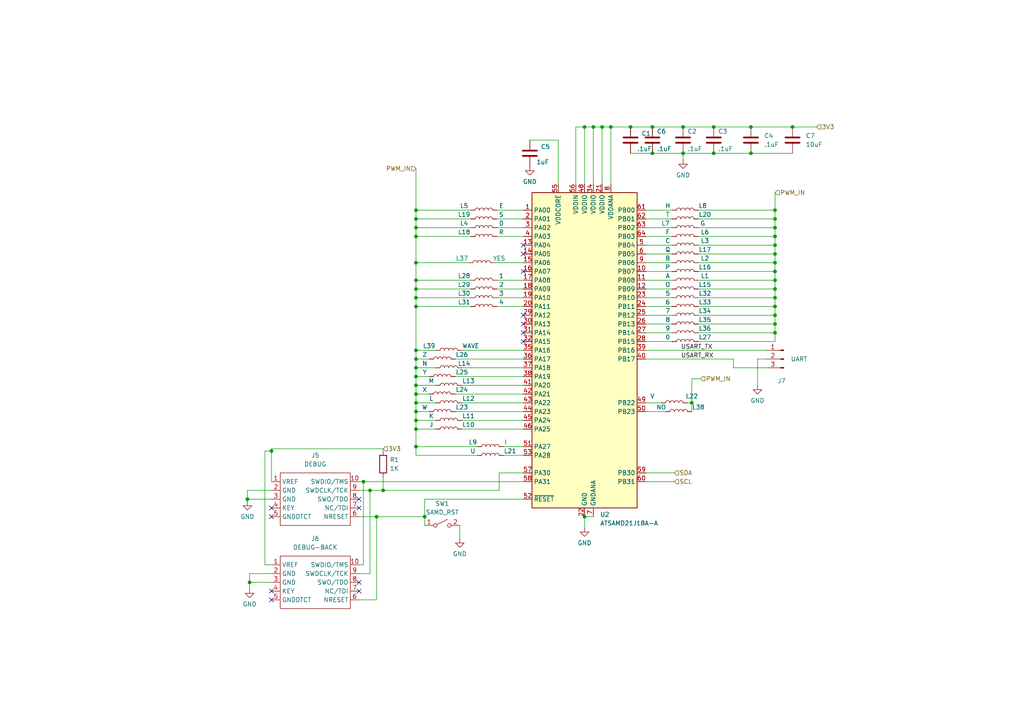
<source format=kicad_sch>
(kicad_sch (version 20230121) (generator eeschema)
  (paper "A4")
  (lib_symbols
    (symbol "Connector:Conn_01x03_Pin" (pin_names (offset 1.016) hide)
      (property "Reference" "J" (at 0 5.08 0))
      (property "Value" "Conn_01x03_Pin" (at 0 -5.08 0))
      (symbol "Conn_01x03_Pin_1_1"
        (polyline (pts (xy 1.27 -2.54) (xy 0.8636 -2.54)) (stroke (width 0.1524)))
        (polyline (pts (xy 1.27 0) (xy 0.8636 0)) (stroke (width 0.1524)))
        (polyline (pts (xy 1.27 2.54) (xy 0.8636 2.54)) (stroke (width 0.1524)))
        (rectangle (start 0.8636 -2.413) (end 0 -2.667) (stroke (width 0.1524)) (fill (type outline)))
        (rectangle (start 0.8636 0.127) (end 0 -0.127) (stroke (width 0.1524)) (fill (type outline)))
        (rectangle (start 0.8636 2.667) (end 0 2.413) (stroke (width 0.1524)) (fill (type outline)))
        (pin passive line (at 5.08 2.54 180) (length 3.81) (name "Pin_1") (number "1"))
        (pin passive line (at 5.08 0 180) (length 3.81) (name "Pin_2") (number "2"))
        (pin passive line (at 5.08 -2.54 180) (length 3.81) (name "Pin_3") (number "3"))
      )
    )
    (symbol "Device:C" (pin_numbers hide) (pin_names (offset 0.254))
      (property "Reference" "C" (at 0.635 2.54 0))
      (property "Value" "C" (at 0.635 -2.54 0))
      (symbol "C_0_1"
        (polyline (pts (xy -2.032 -0.762) (xy 2.032 -0.762)) (stroke (width 0.508)))
        (polyline (pts (xy -2.032 0.762) (xy 2.032 0.762)) (stroke (width 0.508)))
      )
      (symbol "C_1_1"
        (pin passive line (at 0 3.81 270) (length 2.794) (name "~") (number "1"))
        (pin passive line (at 0 -3.81 90) (length 2.794) (name "~") (number "2"))
      )
    )
    (symbol "Device:L" (pin_numbers hide) (pin_names (offset 1.016) hide)
      (property "Reference" "L" (at -1.27 0 90))
      (property "Value" "L" (at 1.905 0 90))
      (symbol "L_0_1"
        (arc (start 0 -2.54) (mid 0.6323 -1.905) (end 0 -1.27))
        (arc (start 0 -1.27) (mid 0.6323 -0.635) (end 0 0))
        (arc (start 0 0) (mid 0.6323 0.635) (end 0 1.27))
        (arc (start 0 1.27) (mid 0.6323 1.905) (end 0 2.54))
      )
      (symbol "L_1_1"
        (pin passive line (at 0 3.81 270) (length 1.27) (name "1") (number "1"))
        (pin passive line (at 0 -3.81 90) (length 1.27) (name "2") (number "2"))
      )
    )
    (symbol "Device:R" (pin_numbers hide) (pin_names (offset 0))
      (property "Reference" "R" (at 2.032 0 90))
      (property "Value" "R" (at 0 0 90))
      (symbol "R_0_1"
        (rectangle (start -1.016 -2.54) (end 1.016 2.54) (stroke (width 0.254)))
      )
      (symbol "R_1_1"
        (pin passive line (at 0 3.81 270) (length 1.27) (name "~") (number "1"))
        (pin passive line (at 0 -3.81 90) (length 1.27) (name "~") (number "2"))
      )
    )
    (symbol "MCU_Microchip_SAMD:ATSAMD21J18A-A"
      (property "Reference" "U" (at -13.97 46.99 0))
      (property "Value" "ATSAMD21J18A-A" (at 16.51 46.99 0))
      (symbol "ATSAMD21J18A-A_0_1"
        (rectangle (start -15.24 45.72) (end 15.24 -45.72) (stroke (width 0.254)) (fill (type background)))
      )
      (symbol "ATSAMD21J18A-A_1_1"
        (pin bidirectional line (at -17.78 40.64 0) (length 2.54) (name "PA00") (number "1"))
        (pin bidirectional line (at 17.78 22.86 180) (length 2.54) (name "PB07") (number "10"))
        (pin bidirectional line (at 17.78 20.32 180) (length 2.54) (name "PB08") (number "11"))
        (pin bidirectional line (at 17.78 17.78 180) (length 2.54) (name "PB09") (number "12"))
        (pin bidirectional line (at -17.78 30.48 0) (length 2.54) (name "PA04") (number "13"))
        (pin bidirectional line (at -17.78 27.94 0) (length 2.54) (name "PA05") (number "14"))
        (pin bidirectional line (at -17.78 25.4 0) (length 2.54) (name "PA06") (number "15"))
        (pin bidirectional line (at -17.78 22.86 0) (length 2.54) (name "PA07") (number "16"))
        (pin bidirectional line (at -17.78 20.32 0) (length 2.54) (name "PA08") (number "17"))
        (pin bidirectional line (at -17.78 17.78 0) (length 2.54) (name "PA09") (number "18"))
        (pin bidirectional line (at -17.78 15.24 0) (length 2.54) (name "PA10") (number "19"))
        (pin bidirectional line (at -17.78 38.1 0) (length 2.54) (name "PA01") (number "2"))
        (pin bidirectional line (at -17.78 12.7 0) (length 2.54) (name "PA11") (number "20"))
        (pin power_in line (at 5.08 48.26 270) (length 2.54) (name "VDDIO") (number "21"))
        (pin power_in line (at 0 -48.26 90) (length 2.54) (name "GND") (number "22"))
        (pin bidirectional line (at 17.78 15.24 180) (length 2.54) (name "PB10") (number "23"))
        (pin bidirectional line (at 17.78 12.7 180) (length 2.54) (name "PB11") (number "24"))
        (pin bidirectional line (at 17.78 10.16 180) (length 2.54) (name "PB12") (number "25"))
        (pin bidirectional line (at 17.78 7.62 180) (length 2.54) (name "PB13") (number "26"))
        (pin bidirectional line (at 17.78 5.08 180) (length 2.54) (name "PB14") (number "27"))
        (pin bidirectional line (at 17.78 2.54 180) (length 2.54) (name "PB15") (number "28"))
        (pin bidirectional line (at -17.78 10.16 0) (length 2.54) (name "PA12") (number "29"))
        (pin bidirectional line (at -17.78 35.56 0) (length 2.54) (name "PA02") (number "3"))
        (pin bidirectional line (at -17.78 7.62 0) (length 2.54) (name "PA13") (number "30"))
        (pin bidirectional line (at -17.78 5.08 0) (length 2.54) (name "PA14") (number "31"))
        (pin bidirectional line (at -17.78 2.54 0) (length 2.54) (name "PA15") (number "32"))
        (pin passive line (at 0 -48.26 90) (length 2.54) hide (name "GND") (number "33"))
        (pin power_in line (at 2.54 48.26 270) (length 2.54) (name "VDDIO") (number "34"))
        (pin bidirectional line (at -17.78 0 0) (length 2.54) (name "PA16") (number "35"))
        (pin bidirectional line (at -17.78 -2.54 0) (length 2.54) (name "PA17") (number "36"))
        (pin bidirectional line (at -17.78 -5.08 0) (length 2.54) (name "PA18") (number "37"))
        (pin bidirectional line (at -17.78 -7.62 0) (length 2.54) (name "PA19") (number "38"))
        (pin bidirectional line (at 17.78 0 180) (length 2.54) (name "PB16") (number "39"))
        (pin bidirectional line (at -17.78 33.02 0) (length 2.54) (name "PA03") (number "4"))
        (pin bidirectional line (at 17.78 -2.54 180) (length 2.54) (name "PB17") (number "40"))
        (pin bidirectional line (at -17.78 -10.16 0) (length 2.54) (name "PA20") (number "41"))
        (pin bidirectional line (at -17.78 -12.7 0) (length 2.54) (name "PA21") (number "42"))
        (pin bidirectional line (at -17.78 -15.24 0) (length 2.54) (name "PA22") (number "43"))
        (pin bidirectional line (at -17.78 -17.78 0) (length 2.54) (name "PA23") (number "44"))
        (pin bidirectional line (at -17.78 -20.32 0) (length 2.54) (name "PA24") (number "45"))
        (pin bidirectional line (at -17.78 -22.86 0) (length 2.54) (name "PA25") (number "46"))
        (pin passive line (at 0 -48.26 90) (length 2.54) hide (name "GND") (number "47"))
        (pin power_in line (at 0 48.26 270) (length 2.54) (name "VDDIO") (number "48"))
        (pin bidirectional line (at 17.78 -15.24 180) (length 2.54) (name "PB22") (number "49"))
        (pin bidirectional line (at 17.78 30.48 180) (length 2.54) (name "PB04") (number "5"))
        (pin bidirectional line (at 17.78 -17.78 180) (length 2.54) (name "PB23") (number "50"))
        (pin bidirectional line (at -17.78 -27.94 0) (length 2.54) (name "PA27") (number "51"))
        (pin input line (at -17.78 -43.18 0) (length 2.54) (name "~{RESET}") (number "52"))
        (pin bidirectional line (at -17.78 -30.48 0) (length 2.54) (name "PA28") (number "53"))
        (pin passive line (at 0 -48.26 90) (length 2.54) hide (name "GND") (number "54"))
        (pin power_out line (at -7.62 48.26 270) (length 2.54) (name "VDDCORE") (number "55"))
        (pin power_in line (at -2.54 48.26 270) (length 2.54) (name "VDDIN") (number "56"))
        (pin bidirectional line (at -17.78 -35.56 0) (length 2.54) (name "PA30") (number "57"))
        (pin bidirectional line (at -17.78 -38.1 0) (length 2.54) (name "PA31") (number "58"))
        (pin bidirectional line (at 17.78 -35.56 180) (length 2.54) (name "PB30") (number "59"))
        (pin bidirectional line (at 17.78 27.94 180) (length 2.54) (name "PB05") (number "6"))
        (pin bidirectional line (at 17.78 -38.1 180) (length 2.54) (name "PB31") (number "60"))
        (pin bidirectional line (at 17.78 40.64 180) (length 2.54) (name "PB00") (number "61"))
        (pin bidirectional line (at 17.78 38.1 180) (length 2.54) (name "PB01") (number "62"))
        (pin bidirectional line (at 17.78 35.56 180) (length 2.54) (name "PB02") (number "63"))
        (pin bidirectional line (at 17.78 33.02 180) (length 2.54) (name "PB03") (number "64"))
        (pin power_in line (at 2.54 -48.26 90) (length 2.54) (name "GNDANA") (number "7"))
        (pin power_in line (at 7.62 48.26 270) (length 2.54) (name "VDDANA") (number "8"))
        (pin bidirectional line (at 17.78 25.4 180) (length 2.54) (name "PB06") (number "9"))
      )
    )
    (symbol "New_atjacobs:TC2050-NL"
      (property "Reference" "J" (at 0 -10.16 0))
      (property "Value" "DEBUG" (at 0 10.16 0))
      (symbol "TC2050-NL_0_1"
        (rectangle (start -10.16 7.62) (end 10.16 -7.62))
      )
      (symbol "TC2050-NL_1_1"
        (pin passive line (at -12.7 5.08 0) (length 2.54) (name "VREF") (number "1"))
        (pin passive line (at 12.7 5.08 180) (length 2.54) (name "SWDIO/TMS") (number "10"))
        (pin passive line (at -12.7 2.54 0) (length 2.54) (name "GND") (number "2"))
        (pin passive line (at -12.7 0 0) (length 2.54) (name "GND") (number "3"))
        (pin passive line (at -12.7 -2.54 0) (length 2.54) (name "KEY") (number "4"))
        (pin passive line (at -12.7 -5.08 0) (length 2.54) (name "GNDDTCT") (number "5"))
        (pin passive line (at 12.7 -5.08 180) (length 2.54) (name "NRESET") (number "6"))
        (pin passive line (at 12.7 -2.54 180) (length 2.54) (name "NC/TDI") (number "7"))
        (pin passive line (at 12.7 0 180) (length 2.54) (name "SWO/TDO") (number "8"))
        (pin passive line (at 12.7 2.54 180) (length 2.54) (name "SWDCLK/TCK") (number "9"))
      )
    )
    (symbol "Switch:SW_SPST" (pin_names (offset 0) hide)
      (property "Reference" "SW" (at 0 3.175 0))
      (property "Value" "SW_SPST" (at 0 -2.54 0))
      (symbol "SW_SPST_0_0"
        (circle (center -2.032 0) (radius 0.508))
        (polyline (pts (xy -1.524 0.254) (xy 1.524 1.778)))
        (circle (center 2.032 0) (radius 0.508))
      )
      (symbol "SW_SPST_1_1"
        (pin passive line (at -5.08 0 0) (length 2.54) (name "A") (number "1"))
        (pin passive line (at 5.08 0 180) (length 2.54) (name "B") (number "2"))
      )
    )
    (symbol "power:GND" (power) (pin_names (offset 0))
      (property "Value" "GND" (at 0 -3.81 0))
      (symbol "GND_0_1"
        (polyline (pts (xy 0 0) (xy 0 -1.27) (xy 1.27 -1.27) (xy 0 -2.54) (xy -1.27 -1.27) (xy 0 -1.27)))
      )
      (symbol "GND_1_1"
        (pin power_in line (at 0 0 270) (length 0) hide (name "GND") (number "1"))
      )
    )
  )
  (junction (at 120.65 88.9))
  (junction (at 120.65 111.76))
  (junction (at 120.65 124.46))
  (junction (at 120.65 66.04))
  (junction (at 109.22 149.86))
  (junction (at 224.79 73.66))
  (junction (at 120.65 129.54))
  (junction (at 224.79 93.98))
  (junction (at 120.65 119.38))
  (junction (at 224.79 68.58))
  (junction (at 107.315 142.24))
  (junction (at 177.165 36.83))
  (junction (at 198.12 36.83))
  (junction (at 120.65 116.84))
  (junction (at 224.79 76.2))
  (junction (at 224.79 88.9))
  (junction (at 120.65 81.28))
  (junction (at 224.79 81.28))
  (junction (at 207.01 44.45))
  (junction (at 224.79 78.74))
  (junction (at 120.65 83.82))
  (junction (at 120.65 76.2))
  (junction (at 224.79 63.5))
  (junction (at 123.19 149.86))
  (junction (at 224.79 86.36))
  (junction (at 120.65 86.36))
  (junction (at 71.755 144.78))
  (junction (at 120.65 60.96))
  (junction (at 172.085 36.83))
  (junction (at 169.545 149.86))
  (junction (at 224.79 96.52))
  (junction (at 120.65 121.92))
  (junction (at 224.79 83.82))
  (junction (at 174.625 36.83))
  (junction (at 229.87 36.83))
  (junction (at 224.79 91.44))
  (junction (at 78.74 130.81))
  (junction (at 120.65 63.5))
  (junction (at 200.66 116.84))
  (junction (at 120.65 101.6))
  (junction (at 224.79 66.04))
  (junction (at 105.41 139.7))
  (junction (at 217.805 44.45))
  (junction (at 120.65 104.14))
  (junction (at 169.545 36.83))
  (junction (at 224.79 60.96))
  (junction (at 224.79 71.12))
  (junction (at 120.65 106.68))
  (junction (at 207.01 36.83))
  (junction (at 120.65 68.58))
  (junction (at 182.88 36.83))
  (junction (at 120.65 109.22))
  (junction (at 217.805 36.83))
  (junction (at 120.65 114.3))
  (junction (at 111.125 142.24))
  (junction (at 189.23 36.83))
  (junction (at 189.23 44.45))
  (junction (at 72.39 168.91))
  (junction (at 198.12 44.45))
  (no_connect (at 151.765 78.74))
  (no_connect (at 78.74 149.86))
  (no_connect (at 151.765 96.52))
  (no_connect (at 151.765 99.06))
  (no_connect (at 78.74 171.45))
  (no_connect (at 78.74 173.99))
  (no_connect (at 78.74 147.32))
  (no_connect (at 104.14 171.45))
  (no_connect (at 104.14 147.32))
  (no_connect (at 151.765 91.44))
  (no_connect (at 151.765 73.66))
  (no_connect (at 151.765 71.12))
  (no_connect (at 104.14 168.91))
  (no_connect (at 104.14 144.78))
  (no_connect (at 151.765 93.98))
  (wire (pts (xy 72.39 166.37) (xy 72.39 168.91)))
  (wire (pts (xy 120.65 121.92) (xy 120.65 124.46)))
  (wire (pts (xy 78.74 139.7) (xy 78.74 130.81)))
  (wire (pts (xy 120.65 63.5) (xy 120.65 66.04)))
  (wire (pts (xy 187.325 119.38) (xy 193.04 119.38)))
  (wire (pts (xy 200.66 116.84) (xy 200.66 119.38)))
  (wire (pts (xy 224.79 83.82) (xy 224.79 86.36)))
  (wire (pts (xy 224.79 86.36) (xy 224.79 88.9)))
  (wire (pts (xy 172.085 36.83) (xy 174.625 36.83)))
  (wire (pts (xy 144.78 137.16) (xy 151.765 137.16)))
  (wire (pts (xy 202.565 66.04) (xy 224.79 66.04)))
  (wire (pts (xy 146.05 132.08) (xy 151.765 132.08)))
  (wire (pts (xy 187.325 83.82) (xy 194.945 83.82)))
  (wire (pts (xy 144.145 63.5) (xy 151.765 63.5)))
  (wire (pts (xy 202.565 83.82) (xy 224.79 83.82)))
  (wire (pts (xy 120.65 101.6) (xy 120.65 104.14)))
  (wire (pts (xy 78.74 163.83) (xy 76.835 163.83)))
  (wire (pts (xy 187.325 81.28) (xy 194.945 81.28)))
  (wire (pts (xy 144.78 142.24) (xy 144.78 137.16)))
  (wire (pts (xy 120.65 109.22) (xy 120.65 111.76)))
  (wire (pts (xy 133.985 124.46) (xy 151.765 124.46)))
  (wire (pts (xy 120.65 66.04) (xy 120.65 68.58)))
  (wire (pts (xy 202.565 76.2) (xy 224.79 76.2)))
  (wire (pts (xy 219.71 104.14) (xy 219.71 111.76)))
  (wire (pts (xy 202.565 78.74) (xy 224.79 78.74)))
  (wire (pts (xy 123.19 149.86) (xy 123.19 152.4)))
  (wire (pts (xy 207.01 44.45) (xy 217.805 44.45)))
  (wire (pts (xy 144.145 68.58) (xy 151.765 68.58)))
  (wire (pts (xy 202.565 68.58) (xy 224.79 68.58)))
  (wire (pts (xy 105.41 139.7) (xy 151.765 139.7)))
  (wire (pts (xy 105.41 163.83) (xy 105.41 139.7)))
  (wire (pts (xy 187.325 93.98) (xy 194.945 93.98)))
  (wire (pts (xy 224.79 81.28) (xy 224.79 83.82)))
  (wire (pts (xy 144.145 86.36) (xy 151.765 86.36)))
  (wire (pts (xy 111.125 138.43) (xy 111.125 142.24)))
  (wire (pts (xy 132.08 104.14) (xy 151.765 104.14)))
  (wire (pts (xy 187.325 60.96) (xy 194.945 60.96)))
  (wire (pts (xy 217.805 36.83) (xy 229.87 36.83)))
  (wire (pts (xy 172.085 149.86) (xy 169.545 149.86)))
  (wire (pts (xy 187.325 76.2) (xy 194.945 76.2)))
  (wire (pts (xy 120.65 121.92) (xy 126.365 121.92)))
  (wire (pts (xy 200.66 109.855) (xy 200.66 116.84)))
  (wire (pts (xy 144.145 88.9) (xy 151.765 88.9)))
  (wire (pts (xy 161.925 40.64) (xy 161.925 53.34)))
  (wire (pts (xy 120.65 81.28) (xy 120.65 83.82)))
  (wire (pts (xy 104.14 166.37) (xy 107.315 166.37)))
  (wire (pts (xy 224.79 88.9) (xy 224.79 91.44)))
  (wire (pts (xy 120.65 106.68) (xy 120.65 109.22)))
  (wire (pts (xy 120.65 101.6) (xy 126.365 101.6)))
  (wire (pts (xy 120.65 114.3) (xy 124.46 114.3)))
  (wire (pts (xy 111.125 130.81) (xy 111.125 130.175)))
  (wire (pts (xy 187.325 116.84) (xy 191.77 116.84)))
  (wire (pts (xy 120.65 66.04) (xy 136.525 66.04)))
  (wire (pts (xy 133.985 116.84) (xy 151.765 116.84)))
  (wire (pts (xy 104.14 139.7) (xy 105.41 139.7)))
  (wire (pts (xy 224.79 66.04) (xy 224.79 68.58)))
  (wire (pts (xy 187.325 86.36) (xy 194.945 86.36)))
  (wire (pts (xy 187.325 91.44) (xy 194.945 91.44)))
  (wire (pts (xy 76.835 130.81) (xy 78.74 130.81)))
  (wire (pts (xy 187.325 96.52) (xy 194.945 96.52)))
  (wire (pts (xy 133.985 101.6) (xy 151.765 101.6)))
  (wire (pts (xy 177.165 36.83) (xy 182.88 36.83)))
  (wire (pts (xy 120.65 60.96) (xy 120.65 63.5)))
  (wire (pts (xy 78.74 168.91) (xy 72.39 168.91)))
  (wire (pts (xy 120.65 88.9) (xy 136.525 88.9)))
  (wire (pts (xy 187.325 88.9) (xy 194.945 88.9)))
  (wire (pts (xy 120.65 109.22) (xy 124.46 109.22)))
  (wire (pts (xy 202.565 86.36) (xy 224.79 86.36)))
  (wire (pts (xy 153.67 40.64) (xy 161.925 40.64)))
  (wire (pts (xy 229.87 36.83) (xy 236.855 36.83)))
  (wire (pts (xy 202.565 96.52) (xy 224.79 96.52)))
  (wire (pts (xy 104.14 142.24) (xy 107.315 142.24)))
  (wire (pts (xy 104.14 173.99) (xy 109.22 173.99)))
  (wire (pts (xy 144.145 60.96) (xy 151.765 60.96)))
  (wire (pts (xy 187.325 139.7) (xy 195.58 139.7)))
  (wire (pts (xy 71.755 144.78) (xy 71.755 145.415)))
  (wire (pts (xy 76.835 163.83) (xy 76.835 130.81)))
  (wire (pts (xy 182.88 44.45) (xy 189.23 44.45)))
  (wire (pts (xy 187.325 66.04) (xy 194.945 66.04)))
  (wire (pts (xy 202.565 60.96) (xy 224.79 60.96)))
  (wire (pts (xy 133.35 152.4) (xy 133.35 156.21)))
  (wire (pts (xy 212.725 104.14) (xy 212.725 106.68)))
  (wire (pts (xy 187.325 104.14) (xy 212.725 104.14)))
  (wire (pts (xy 120.65 83.82) (xy 136.525 83.82)))
  (wire (pts (xy 120.65 124.46) (xy 120.65 129.54)))
  (wire (pts (xy 120.65 76.2) (xy 120.65 81.28)))
  (wire (pts (xy 78.74 130.81) (xy 78.74 130.175)))
  (wire (pts (xy 133.985 106.68) (xy 151.765 106.68)))
  (wire (pts (xy 167.005 53.34) (xy 167.005 36.83)))
  (wire (pts (xy 212.725 106.68) (xy 222.25 106.68)))
  (wire (pts (xy 132.08 119.38) (xy 151.765 119.38)))
  (wire (pts (xy 224.79 63.5) (xy 224.79 66.04)))
  (wire (pts (xy 120.65 111.76) (xy 120.65 114.3)))
  (wire (pts (xy 167.005 36.83) (xy 169.545 36.83)))
  (wire (pts (xy 120.65 111.76) (xy 126.365 111.76)))
  (wire (pts (xy 169.545 36.83) (xy 172.085 36.83)))
  (wire (pts (xy 71.755 142.24) (xy 71.755 144.78)))
  (wire (pts (xy 120.65 132.08) (xy 138.43 132.08)))
  (wire (pts (xy 143.51 76.2) (xy 151.765 76.2)))
  (wire (pts (xy 120.65 86.36) (xy 120.65 88.9)))
  (wire (pts (xy 202.565 91.44) (xy 224.79 91.44)))
  (wire (pts (xy 224.79 91.44) (xy 224.79 93.98)))
  (wire (pts (xy 187.325 101.6) (xy 222.25 101.6)))
  (wire (pts (xy 189.23 36.83) (xy 198.12 36.83)))
  (wire (pts (xy 224.79 60.96) (xy 224.79 63.5)))
  (wire (pts (xy 120.65 124.46) (xy 126.365 124.46)))
  (wire (pts (xy 224.79 96.52) (xy 224.79 93.98)))
  (wire (pts (xy 198.12 44.45) (xy 207.01 44.45)))
  (wire (pts (xy 224.79 99.06) (xy 224.79 96.52)))
  (wire (pts (xy 177.165 36.83) (xy 177.165 53.34)))
  (wire (pts (xy 120.65 81.28) (xy 136.525 81.28)))
  (wire (pts (xy 104.14 163.83) (xy 105.41 163.83)))
  (wire (pts (xy 120.65 116.84) (xy 120.65 119.38)))
  (wire (pts (xy 123.19 144.78) (xy 151.765 144.78)))
  (wire (pts (xy 202.565 88.9) (xy 224.79 88.9)))
  (wire (pts (xy 136.525 86.36) (xy 120.65 86.36)))
  (wire (pts (xy 120.65 68.58) (xy 120.65 76.2)))
  (wire (pts (xy 202.565 71.12) (xy 224.79 71.12)))
  (wire (pts (xy 120.65 119.38) (xy 124.46 119.38)))
  (wire (pts (xy 198.12 36.83) (xy 207.01 36.83)))
  (wire (pts (xy 144.145 81.28) (xy 151.765 81.28)))
  (wire (pts (xy 132.08 114.3) (xy 151.765 114.3)))
  (wire (pts (xy 78.74 166.37) (xy 72.39 166.37)))
  (wire (pts (xy 144.145 83.82) (xy 151.765 83.82)))
  (wire (pts (xy 109.22 149.86) (xy 123.19 149.86)))
  (wire (pts (xy 224.79 68.58) (xy 224.79 71.12)))
  (wire (pts (xy 224.79 78.74) (xy 224.79 81.28)))
  (wire (pts (xy 120.65 129.54) (xy 138.43 129.54)))
  (wire (pts (xy 198.12 44.45) (xy 198.12 46.355)))
  (wire (pts (xy 123.19 149.86) (xy 123.19 144.78)))
  (wire (pts (xy 202.565 73.66) (xy 224.79 73.66)))
  (wire (pts (xy 132.08 109.22) (xy 151.765 109.22)))
  (wire (pts (xy 146.05 129.54) (xy 151.765 129.54)))
  (wire (pts (xy 202.565 63.5) (xy 224.79 63.5)))
  (wire (pts (xy 224.79 73.66) (xy 224.79 76.2)))
  (wire (pts (xy 78.74 144.78) (xy 71.755 144.78)))
  (wire (pts (xy 107.315 166.37) (xy 107.315 142.24)))
  (wire (pts (xy 144.78 142.24) (xy 111.125 142.24)))
  (wire (pts (xy 174.625 36.83) (xy 177.165 36.83)))
  (wire (pts (xy 120.65 114.3) (xy 120.65 116.84)))
  (wire (pts (xy 72.39 168.91) (xy 72.39 170.815)))
  (wire (pts (xy 187.325 73.66) (xy 194.945 73.66)))
  (wire (pts (xy 172.085 36.83) (xy 172.085 53.34)))
  (wire (pts (xy 217.805 44.45) (xy 229.87 44.45)))
  (wire (pts (xy 120.65 106.68) (xy 126.365 106.68)))
  (wire (pts (xy 120.65 129.54) (xy 120.65 132.08)))
  (wire (pts (xy 133.985 121.92) (xy 151.765 121.92)))
  (wire (pts (xy 187.325 137.16) (xy 195.58 137.16)))
  (wire (pts (xy 78.74 142.24) (xy 71.755 142.24)))
  (wire (pts (xy 120.65 119.38) (xy 120.65 121.92)))
  (wire (pts (xy 189.23 44.45) (xy 198.12 44.45)))
  (wire (pts (xy 174.625 36.83) (xy 174.625 53.34)))
  (wire (pts (xy 109.22 173.99) (xy 109.22 149.86)))
  (wire (pts (xy 120.65 83.82) (xy 120.65 86.36)))
  (wire (pts (xy 169.545 149.86) (xy 169.545 153.035)))
  (wire (pts (xy 169.545 53.34) (xy 169.545 36.83)))
  (wire (pts (xy 120.65 48.895) (xy 120.65 60.96)))
  (wire (pts (xy 224.79 71.12) (xy 224.79 73.66)))
  (wire (pts (xy 104.14 149.86) (xy 109.22 149.86)))
  (wire (pts (xy 202.565 93.98) (xy 224.79 93.98)))
  (wire (pts (xy 200.66 109.855) (xy 203.2 109.855)))
  (wire (pts (xy 187.325 63.5) (xy 194.945 63.5)))
  (wire (pts (xy 207.01 36.83) (xy 217.805 36.83)))
  (wire (pts (xy 120.65 63.5) (xy 136.525 63.5)))
  (wire (pts (xy 120.65 88.9) (xy 120.65 101.6)))
  (wire (pts (xy 202.565 99.06) (xy 224.79 99.06)))
  (wire (pts (xy 224.79 55.88) (xy 224.79 60.96)))
  (wire (pts (xy 219.71 104.14) (xy 222.25 104.14)))
  (wire (pts (xy 182.88 36.83) (xy 189.23 36.83)))
  (wire (pts (xy 224.79 76.2) (xy 224.79 78.74)))
  (wire (pts (xy 120.65 104.14) (xy 124.46 104.14)))
  (wire (pts (xy 199.39 116.84) (xy 200.66 116.84)))
  (wire (pts (xy 144.145 66.04) (xy 151.765 66.04)))
  (wire (pts (xy 78.74 130.175) (xy 111.125 130.175)))
  (wire (pts (xy 187.325 78.74) (xy 194.945 78.74)))
  (wire (pts (xy 187.325 71.12) (xy 194.945 71.12)))
  (wire (pts (xy 120.65 60.96) (xy 136.525 60.96)))
  (wire (pts (xy 133.985 111.76) (xy 151.765 111.76)))
  (wire (pts (xy 187.325 68.58) (xy 194.945 68.58)))
  (wire (pts (xy 120.65 104.14) (xy 120.65 106.68)))
  (wire (pts (xy 107.315 142.24) (xy 111.125 142.24)))
  (wire (pts (xy 202.565 81.28) (xy 224.79 81.28)))
  (wire (pts (xy 187.325 99.06) (xy 194.945 99.06)))
  (wire (pts (xy 120.65 116.84) (xy 126.365 116.84)))
  (wire (pts (xy 120.65 76.2) (xy 135.89 76.2)))
  (wire (pts (xy 120.65 68.58) (xy 136.525 68.58)))
  (label "USART_RX" (at 197.485 104.14 0))
  (label "USART_TX" (at 197.485 101.6 0))
  (hierarchical_label "3V3" (shape input) (at 111.125 130.175 0))
  (hierarchical_label "PWM_IN" (shape input) (at 224.79 55.88 0))
  (hierarchical_label "PWM_IN" (shape input) (at 203.2 109.855 0))
  (hierarchical_label "SCL" (shape input) (at 195.58 139.7 0))
  (hierarchical_label "3V3" (shape input) (at 236.855 36.83 0))
  (hierarchical_label "PWM_IN" (shape input) (at 120.65 48.895 180))
  (hierarchical_label "SDA" (shape input) (at 195.58 137.16 0))
  (symbol (lib_id "Device:L") (at 198.755 86.36 270) (mirror x) (unit 1)
    (property "Reference" "L32" (at 204.47 85.09 90))
    (property "Value" "5" (at 193.675 85.09 90))
    (property "Footprint" "atjacobs:AWCCA coil" (effects hide))
  )
  (symbol (lib_id "Device:L") (at 198.755 83.82 270) (mirror x) (unit 1)
    (property "Reference" "L15" (at 204.47 82.55 90))
    (property "Value" "O" (at 193.675 82.55 90))
    (property "Footprint" "atjacobs:AWCCA coil" (effects hide))
  )
  (symbol (lib_id "Device:C") (at 153.67 44.45 0) (unit 1)
    (property "Reference" "C5" (at 156.845 42.545 0) (effects (justify left)))
    (property "Value" "1uF" (at 155.575 46.99 0) (effects (justify left)))
    (property "Footprint" "Capacitor_SMD:C_0805_2012Metric_Pad1.18x1.45mm_HandSolder" (effects hide))
  )
  (symbol (lib_id "Device:L") (at 128.27 119.38 270) (mirror x) (unit 1)
    (property "Reference" "L23" (at 133.985 118.11 90))
    (property "Value" "W" (at 123.19 118.11 90))
    (property "Footprint" "atjacobs:AWCCA coil" (effects hide))
  )
  (symbol (lib_id "Device:L") (at 198.755 60.96 90) (unit 1)
    (property "Reference" "L8" (at 203.835 59.69 90))
    (property "Value" "H" (at 193.675 59.69 90))
    (property "Footprint" "atjacobs:AWCCA coil" (effects hide))
  )
  (symbol (lib_id "Device:L") (at 198.755 93.98 270) (mirror x) (unit 1)
    (property "Reference" "L35" (at 204.47 92.71 90))
    (property "Value" "8" (at 193.675 92.71 90))
    (property "Footprint" "atjacobs:AWCCA coil" (effects hide))
  )
  (symbol (lib_id "Device:L") (at 140.335 63.5 90) (unit 1)
    (property "Reference" "L19" (at 134.62 62.23 90))
    (property "Value" "S" (at 145.415 62.23 90))
    (property "Footprint" "atjacobs:AWCCA coil" (effects hide))
  )
  (symbol (lib_id "Device:L") (at 195.58 116.84 90) (unit 1)
    (property "Reference" "L22" (at 200.66 114.935 90))
    (property "Value" "V" (at 189.23 114.935 90))
    (property "Footprint" "atjacobs:AWCCA coil" (effects hide))
  )
  (symbol (lib_id "Device:C") (at 189.23 40.64 0) (unit 1)
    (property "Reference" "C6" (at 190.5 38.1 0) (effects (justify left)))
    (property "Value" ".1uF" (at 190.5 43.18 0) (effects (justify left)))
    (property "Footprint" "Capacitor_SMD:C_0805_2012Metric_Pad1.18x1.45mm_HandSolder" (effects hide))
  )
  (symbol (lib_id "power:GND") (at 72.39 170.815 0) (unit 1)
    (property "Reference" "#PWR08" (effects hide))
    (property "Value" "GND" (at 72.39 175.26 0))
  )
  (symbol (lib_id "power:GND") (at 219.71 111.76 0) (unit 1)
    (property "Reference" "#PWR09" (effects hide))
    (property "Value" "GND" (at 219.71 116.205 0))
  )
  (symbol (lib_id "Device:L") (at 140.335 86.36 90) (unit 1)
    (property "Reference" "L30" (at 134.62 85.09 90))
    (property "Value" "3" (at 145.415 85.09 90))
    (property "Footprint" "atjacobs:AWCCA coil" (effects hide))
  )
  (symbol (lib_id "Device:L") (at 198.755 71.12 270) (mirror x) (unit 1)
    (property "Reference" "L3" (at 204.47 69.85 90))
    (property "Value" "C" (at 193.675 69.85 90))
    (property "Footprint" "atjacobs:AWCCA coil" (effects hide))
  )
  (symbol (lib_id "Device:L") (at 196.85 119.38 270) (mirror x) (unit 1)
    (property "Reference" "L38" (at 202.565 118.11 90))
    (property "Value" "NO" (at 191.77 118.11 90))
    (property "Footprint" "atjacobs:AWCCA coil" (effects hide))
  )
  (symbol (lib_id "power:GND") (at 198.12 46.355 0) (unit 1)
    (property "Reference" "#PWR04" (effects hide))
    (property "Value" "GND" (at 198.12 50.8 0))
  )
  (symbol (lib_id "Device:C") (at 182.88 40.64 0) (unit 1)
    (property "Reference" "C1" (at 186.055 38.735 0) (effects (justify left)))
    (property "Value" ".1uF" (at 184.785 43.18 0) (effects (justify left)))
    (property "Footprint" "Capacitor_SMD:C_0805_2012Metric_Pad1.18x1.45mm_HandSolder" (effects hide))
  )
  (symbol (lib_id "Device:R") (at 111.125 134.62 0) (unit 1)
    (property "Reference" "R1" (at 113.03 133.35 0) (effects (justify left)))
    (property "Value" "1K" (at 113.03 135.89 0) (effects (justify left)))
    (property "Footprint" "Resistor_SMD:R_0805_2012Metric_Pad1.20x1.40mm_HandSolder" (effects hide))
  )
  (symbol (lib_id "Device:L") (at 130.175 121.92 270) (mirror x) (unit 1)
    (property "Reference" "L11" (at 135.89 120.65 90))
    (property "Value" "K" (at 125.095 120.65 90))
    (property "Footprint" "atjacobs:AWCCA coil" (effects hide))
  )
  (symbol (lib_id "Device:C") (at 198.12 40.64 0) (unit 1)
    (property "Reference" "C2" (at 199.39 38.1 0) (effects (justify left)))
    (property "Value" ".1uF" (at 199.39 43.18 0) (effects (justify left)))
    (property "Footprint" "Capacitor_SMD:C_0805_2012Metric_Pad1.18x1.45mm_HandSolder" (effects hide))
  )
  (symbol (lib_id "New_atjacobs:TC2050-NL") (at 91.44 168.91 0) (unit 1)
    (property "Reference" "J6" (at 91.44 156.21 0))
    (property "Value" "DEBUG-BACK" (at 91.44 158.75 0))
    (property "Footprint" "Connector:Tag-Connect_TC2050-IDC-FP_2x05_P1.27mm_Vertical" (effects hide))
  )
  (symbol (lib_id "Device:L") (at 128.27 114.3 270) (mirror x) (unit 1)
    (property "Reference" "L24" (at 133.985 113.03 90))
    (property "Value" "X" (at 123.19 113.03 90))
    (property "Footprint" "atjacobs:AWCCA coil" (effects hide))
  )
  (symbol (lib_id "Device:C") (at 207.01 40.64 0) (unit 1)
    (property "Reference" "C3" (at 208.28 38.1 0) (effects (justify left)))
    (property "Value" ".1uF" (at 208.28 43.18 0) (effects (justify left)))
    (property "Footprint" "Capacitor_SMD:C_0805_2012Metric_Pad1.18x1.45mm_HandSolder" (effects hide))
  )
  (symbol (lib_id "New_atjacobs:TC2050-NL") (at 91.44 144.78 0) (unit 1)
    (property "Reference" "J5" (at 91.44 132.08 0))
    (property "Value" "DEBUG" (at 91.44 134.62 0))
    (property "Footprint" "Connector:Tag-Connect_TC2050-IDC-FP_2x05_P1.27mm_Vertical" (effects hide))
  )
  (symbol (lib_id "Device:L") (at 140.335 88.9 90) (unit 1)
    (property "Reference" "L31" (at 134.62 87.63 90))
    (property "Value" "4" (at 145.415 87.63 90))
    (property "Footprint" "atjacobs:AWCCA coil" (effects hide))
  )
  (symbol (lib_id "power:GND") (at 169.545 153.035 0) (unit 1)
    (property "Reference" "#PWR03" (effects hide))
    (property "Value" "GND" (at 169.545 157.48 0))
  )
  (symbol (lib_id "Device:L") (at 130.175 106.68 90) (unit 1)
    (property "Reference" "L14" (at 134.62 105.41 90))
    (property "Value" "N" (at 123.19 105.41 90))
    (property "Footprint" "atjacobs:AWCCA coil" (effects hide))
  )
  (symbol (lib_id "Device:L") (at 140.335 68.58 90) (unit 1)
    (property "Reference" "L18" (at 134.62 67.31 90))
    (property "Value" "R" (at 145.415 67.31 90))
    (property "Footprint" "atjacobs:AWCCA coil" (effects hide))
  )
  (symbol (lib_id "Device:L") (at 198.755 63.5 270) (mirror x) (unit 1)
    (property "Reference" "L20" (at 204.47 62.23 90))
    (property "Value" "T" (at 193.675 62.23 90))
    (property "Footprint" "atjacobs:AWCCA coil" (effects hide))
  )
  (symbol (lib_id "Device:L") (at 128.27 109.22 270) (mirror x) (unit 1)
    (property "Reference" "L25" (at 133.985 107.95 90))
    (property "Value" "Y" (at 123.19 107.95 90))
    (property "Footprint" "atjacobs:AWCCA coil" (effects hide))
  )
  (symbol (lib_id "Device:L") (at 130.175 101.6 270) (mirror x) (unit 1)
    (property "Reference" "L39" (at 124.46 100.33 90))
    (property "Value" "WAVE" (at 136.525 100.33 90))
    (property "Footprint" "atjacobs:AWCCA coil" (effects hide))
  )
  (symbol (lib_id "power:GND") (at 133.35 156.21 0) (unit 1)
    (property "Reference" "#PWR06" (effects hide))
    (property "Value" "GND" (at 133.35 160.655 0))
  )
  (symbol (lib_id "Device:C") (at 217.805 40.64 0) (unit 1)
    (property "Reference" "C4" (at 221.615 39.37 0) (effects (justify left)))
    (property "Value" ".1uF" (at 221.615 41.91 0) (effects (justify left)))
    (property "Footprint" "Capacitor_SMD:C_0805_2012Metric_Pad1.18x1.45mm_HandSolder" (effects hide))
  )
  (symbol (lib_id "Switch:SW_SPST") (at 128.27 152.4 0) (unit 1)
    (property "Reference" "SW1" (at 128.27 146.05 0))
    (property "Value" "SAMD_RST" (at 128.27 148.59 0))
    (property "Footprint" "Button_Switch_THT:SW_Tactile_Straight_KSA0Axx1LFTR" (effects hide))
  )
  (symbol (lib_id "Device:L") (at 128.27 104.14 270) (mirror x) (unit 1)
    (property "Reference" "L26" (at 133.985 102.87 90))
    (property "Value" "Z" (at 123.19 102.87 90))
    (property "Footprint" "atjacobs:AWCCA coil" (effects hide))
  )
  (symbol (lib_id "Device:L") (at 130.175 116.84 270) (mirror x) (unit 1)
    (property "Reference" "L12" (at 135.89 115.57 90))
    (property "Value" "L" (at 125.095 115.57 90))
    (property "Footprint" "atjacobs:AWCCA coil" (effects hide))
  )
  (symbol (lib_id "Device:L") (at 142.24 129.54 270) (mirror x) (unit 1)
    (property "Reference" "L9" (at 137.16 128.27 90))
    (property "Value" "I" (at 146.685 128.27 90))
    (property "Footprint" "atjacobs:AWCCA coil" (effects hide))
  )
  (symbol (lib_id "Device:L") (at 198.755 73.66 270) (mirror x) (unit 1)
    (property "Reference" "L17" (at 204.47 72.39 90))
    (property "Value" "Q" (at 193.675 72.39 90))
    (property "Footprint" "atjacobs:AWCCA coil" (effects hide))
  )
  (symbol (lib_id "Device:L") (at 139.7 76.2 90) (unit 1)
    (property "Reference" "L37" (at 133.985 74.93 90))
    (property "Value" "YES" (at 144.78 74.93 90))
    (property "Footprint" "atjacobs:AWCCA coil" (effects hide))
  )
  (symbol (lib_id "Device:L") (at 198.755 78.74 270) (mirror x) (unit 1)
    (property "Reference" "L16" (at 204.47 77.47 90))
    (property "Value" "P" (at 193.675 77.47 90))
    (property "Footprint" "atjacobs:AWCCA coil" (effects hide))
  )
  (symbol (lib_id "power:GND") (at 71.755 145.415 0) (unit 1)
    (property "Reference" "#PWR07" (effects hide))
    (property "Value" "GND" (at 71.755 149.86 0))
  )
  (symbol (lib_id "Device:L") (at 198.755 76.2 270) (mirror x) (unit 1)
    (property "Reference" "L2" (at 204.47 74.93 90))
    (property "Value" "B" (at 193.675 74.93 90))
    (property "Footprint" "atjacobs:AWCCA coil" (effects hide))
  )
  (symbol (lib_id "Device:L") (at 198.755 91.44 270) (mirror x) (unit 1)
    (property "Reference" "L34" (at 204.47 90.17 90))
    (property "Value" "7" (at 193.675 90.17 90))
    (property "Footprint" "atjacobs:AWCCA coil" (effects hide))
  )
  (symbol (lib_id "Device:L") (at 130.175 111.76 270) (mirror x) (unit 1)
    (property "Reference" "L13" (at 135.89 110.49 90))
    (property "Value" "M" (at 125.095 110.49 90))
    (property "Footprint" "atjacobs:AWCCA coil" (effects hide))
  )
  (symbol (lib_id "MCU_Microchip_SAMD:ATSAMD21J18A-A") (at 169.545 101.6 0) (unit 1)
    (property "Reference" "U2" (at 174.0409 149.225 0) (effects (justify left)))
    (property "Value" "ATSAMD21J18A-A" (at 174.0409 151.765 0) (effects (justify left)))
    (property "Footprint" "footprints:TQFP64_10x10MC_MCH" (effects hide))
    (property "Datasheet" "http://ww1.microchip.com/downloads/en/DeviceDoc/SAM_D21_DA1_Family_Data%20Sheet_DS40001882E.pdf" (effects hide))
  )
  (symbol (lib_id "Device:L") (at 198.755 81.28 270) (mirror x) (unit 1)
    (property "Reference" "L1" (at 204.47 80.01 90))
    (property "Value" "A" (at 193.675 80.01 90))
    (property "Footprint" "atjacobs:AWCCA coil" (effects hide))
  )
  (symbol (lib_id "Device:L") (at 198.755 88.9 270) (mirror x) (unit 1)
    (property "Reference" "L33" (at 204.47 87.63 90))
    (property "Value" "6" (at 193.675 87.63 90))
    (property "Footprint" "atjacobs:AWCCA coil" (effects hide))
  )
  (symbol (lib_id "Device:L") (at 198.755 66.04 90) (unit 1)
    (property "Reference" "L7" (at 193.04 64.77 90))
    (property "Value" "G" (at 203.835 64.77 90))
    (property "Footprint" "atjacobs:AWCCA coil" (effects hide))
  )
  (symbol (lib_id "Device:L") (at 140.335 66.04 90) (unit 1)
    (property "Reference" "L4" (at 134.62 64.77 90))
    (property "Value" "D" (at 145.415 64.77 90))
    (property "Footprint" "atjacobs:AWCCA coil" (effects hide))
  )
  (symbol (lib_id "Device:L") (at 140.335 60.96 90) (unit 1)
    (property "Reference" "L5" (at 134.62 59.69 90))
    (property "Value" "E" (at 145.415 59.69 90))
    (property "Footprint" "atjacobs:AWCCA coil" (effects hide))
  )
  (symbol (lib_id "power:GND") (at 153.67 48.26 0) (unit 1)
    (property "Reference" "#PWR05" (effects hide))
    (property "Value" "GND" (at 153.67 52.705 0))
  )
  (symbol (lib_id "Device:C") (at 229.87 40.64 0) (unit 1)
    (property "Reference" "C7" (at 233.68 39.37 0) (effects (justify left)))
    (property "Value" "10uF" (at 233.68 41.91 0) (effects (justify left)))
    (property "Footprint" "Capacitor_SMD:C_0805_2012Metric_Pad1.18x1.45mm_HandSolder" (effects hide))
  )
  (symbol (lib_id "Device:L") (at 130.175 124.46 270) (mirror x) (unit 1)
    (property "Reference" "L10" (at 135.89 123.19 90))
    (property "Value" "J" (at 125.095 123.19 90))
    (property "Footprint" "atjacobs:AWCCA coil" (effects hide))
  )
  (symbol (lib_id "Device:L") (at 140.335 83.82 90) (unit 1)
    (property "Reference" "L29" (at 134.62 82.55 90))
    (property "Value" "2" (at 145.415 82.55 90))
    (property "Footprint" "atjacobs:AWCCA coil" (effects hide))
  )
  (symbol (lib_id "Device:L") (at 142.24 132.08 270) (mirror x) (unit 1)
    (property "Reference" "L21" (at 147.955 130.81 90))
    (property "Value" "U" (at 137.16 130.81 90))
    (property "Footprint" "atjacobs:AWCCA coil" (effects hide))
  )
  (symbol (lib_id "Device:L") (at 198.755 99.06 270) (mirror x) (unit 1)
    (property "Reference" "L27" (at 204.47 97.79 90))
    (property "Value" "0" (at 193.675 97.79 90))
    (property "Footprint" "atjacobs:AWCCA coil" (effects hide))
  )
  (symbol (lib_id "Connector:Conn_01x03_Pin") (at 227.33 104.14 0) (mirror y) (unit 1)
    (property "Reference" "J7" (at 226.695 110.49 0))
    (property "Value" "UART" (at 231.775 104.14 0))
    (property "Footprint" "Connector_PinHeader_2.54mm:PinHeader_1x03_P2.54mm_Vertical" (effects hide))
  )
  (symbol (lib_id "Device:L") (at 198.755 68.58 270) (mirror x) (unit 1)
    (property "Reference" "L6" (at 204.47 67.31 90))
    (property "Value" "F" (at 193.675 67.31 90))
    (property "Footprint" "atjacobs:AWCCA coil" (effects hide))
  )
  (symbol (lib_id "Device:L") (at 140.335 81.28 90) (unit 1)
    (property "Reference" "L28" (at 134.62 80.01 90))
    (property "Value" "1" (at 145.415 80.01 90))
    (property "Footprint" "atjacobs:AWCCA coil" (effects hide))
  )
  (symbol (lib_id "Device:L") (at 198.755 96.52 270) (mirror x) (unit 1)
    (property "Reference" "L36" (at 204.47 95.25 90))
    (property "Value" "9" (at 193.675 95.25 90))
    (property "Footprint" "atjacobs:AWCCA coil" (effects hide))
  )
)
</source>
